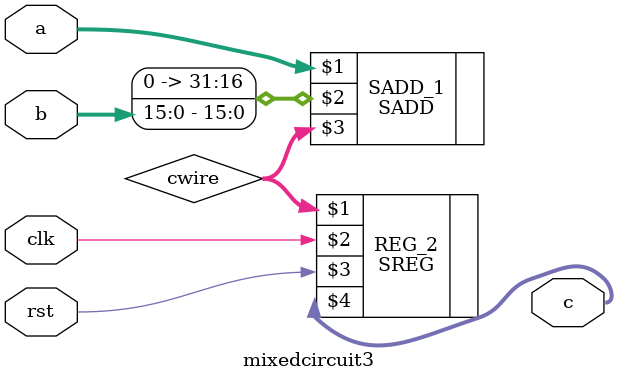
<source format=v>
`timescale 1ns / 1ps
module mixedcircuit3(a, b, c, clk, rst);

input signed [31:0] a;
input [15:0] b;
output signed [7:0] c;
wire signed [7:0] cwire;
input clk, rst;

SADD #(32) SADD_1(a,{16'b0,b},cwire);
SREG #(8) REG_2(cwire,clk, rst, c);

endmodule

</source>
